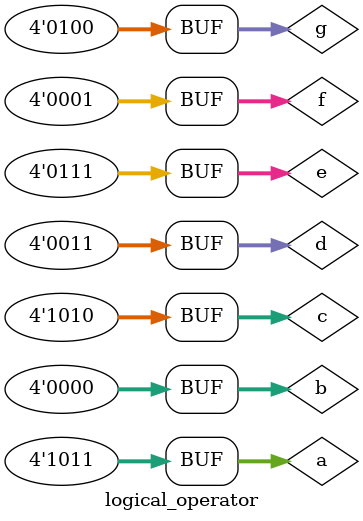
<source format=sv>
module logical_operator();
  
  reg [3:0] a,b,c,d,e,f,g;
  
  
  initial 
    
    begin 
  
      a=4'b1011;
      b=4'b0000;
      c=4'b1010;
      d=4'b011;
      e=4'b0111;
      
      f=a&&b||c;
      
      g=~a;
      
      
      
      $monitor("a=%b,b=%b,c=%b,d=%b,e=%b,f=%d,\ng=%b",a,b,c,d,e,f,g);
    
    end 
  
  initial 
    
    begin 
      
      $dumpfile("dump.vcd");
      $dumpvars();
      
    end
      
                
endmodule

</source>
